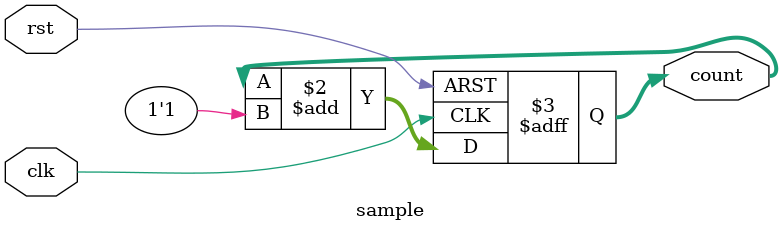
<source format=v>

module sample (
  input  wire       clk,
  input  wire       rst,
  output reg [7:0]  count
);
  always @(posedge clk or posedge rst) begin
    if (rst)
      count <= 8'd0;
    else
      count <= count + 1'b1;
  end
endmodule

</source>
